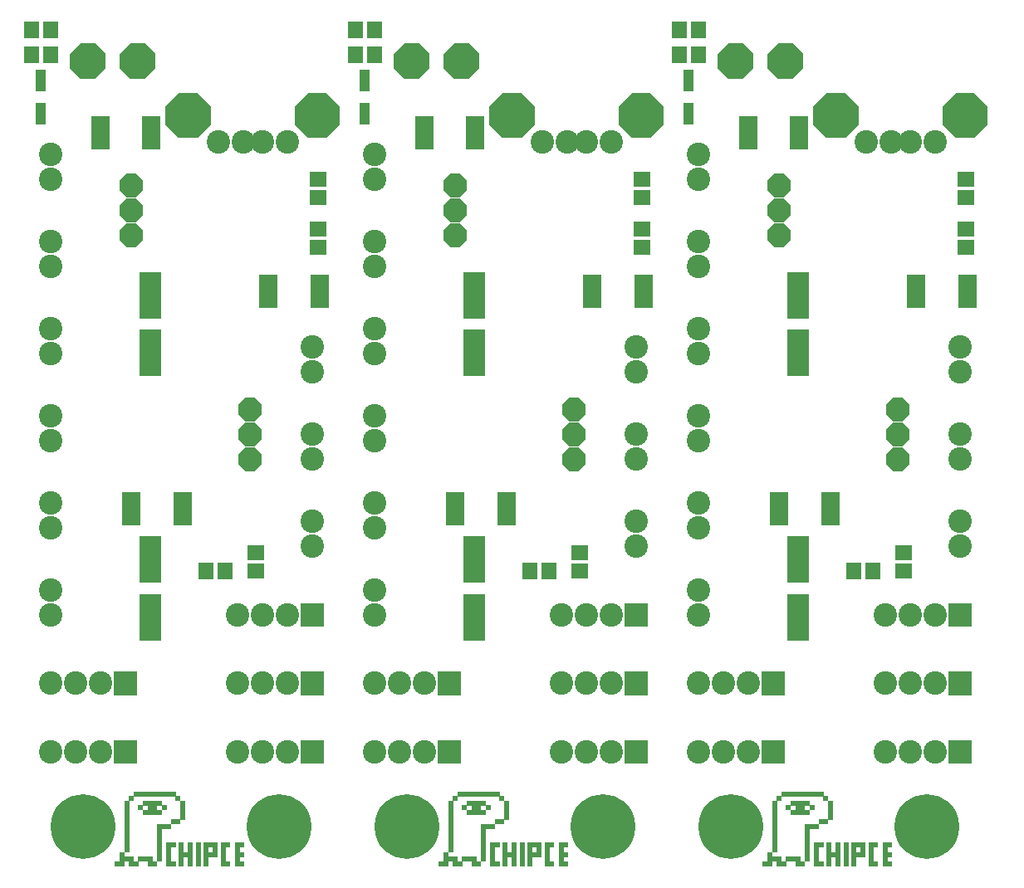
<source format=gbr>
%FSLAX34Y34*%
%MOMM*%
%LNSOLDERMASK_TOP*%
G71*
G01*
%ADD10C, 2.40*%
%ADD11R, 1.98X3.35*%
%ADD12R, 1.50X1.80*%
%ADD13R, 1.00X2.20*%
%ADD14R, 2.20X4.20*%
%ADD15R, 2.20X4.70*%
%ADD16R, 1.80X1.50*%
%ADD17C, 6.60*%
%ADD18R, 0.60X0.60*%
%LPD*%
G36*
X145000Y932330D02*
X134470Y921800D01*
X119530Y921800D01*
X109000Y932330D01*
X109000Y947270D01*
X119530Y957800D01*
X134470Y957800D01*
X145000Y947270D01*
X145000Y932330D01*
G37*
G36*
X94200Y932330D02*
X83670Y921800D01*
X68730Y921800D01*
X58200Y932330D01*
X58200Y947270D01*
X68730Y957800D01*
X83670Y957800D01*
X94200Y947270D01*
X94200Y932330D01*
G37*
X38100Y819150D02*
G54D10*
D03*
X38100Y844550D02*
G54D10*
D03*
X38100Y730250D02*
G54D10*
D03*
X38100Y755650D02*
G54D10*
D03*
G36*
X58200Y947270D02*
X68730Y957800D01*
X83670Y957800D01*
X94200Y947270D01*
X94200Y932330D01*
X83670Y921800D01*
X68730Y921800D01*
X58200Y932330D01*
X58200Y947270D01*
G37*
X38100Y844550D02*
G54D10*
D03*
X38100Y755650D02*
G54D10*
D03*
X209550Y857250D02*
G54D10*
D03*
G36*
X125630Y824800D02*
X132650Y817780D01*
X132650Y807820D01*
X125630Y800800D01*
X115670Y800800D01*
X108650Y807820D01*
X108650Y817780D01*
X115670Y824800D01*
X125630Y824800D01*
G37*
G36*
X125630Y799400D02*
X132650Y792380D01*
X132650Y782420D01*
X125630Y775400D01*
X115670Y775400D01*
X108650Y782420D01*
X108650Y792380D01*
X115670Y799400D01*
X125630Y799400D01*
G37*
G36*
X125630Y774000D02*
X132650Y766980D01*
X132650Y757020D01*
X125630Y750000D01*
X115670Y750000D01*
X108650Y757020D01*
X108650Y766980D01*
X115670Y774000D01*
X125630Y774000D01*
G37*
G36*
X125630Y799400D02*
X132650Y792380D01*
X132650Y782420D01*
X125630Y775400D01*
X115670Y775400D01*
X108650Y782420D01*
X108650Y792380D01*
X115670Y799400D01*
X125630Y799400D01*
G37*
X140891Y866775D02*
G54D11*
D03*
X88900Y866775D02*
G54D11*
D03*
X279400Y857250D02*
G54D10*
D03*
X254397Y857250D02*
G54D10*
D03*
X234553Y857250D02*
G54D10*
D03*
X209550Y857250D02*
G54D10*
D03*
G36*
X333158Y874692D02*
X319703Y861237D01*
X300613Y861237D01*
X287158Y874692D01*
X287158Y893782D01*
X300613Y907237D01*
X319703Y907237D01*
X333158Y893782D01*
X333158Y874692D01*
G37*
G36*
X201594Y874692D02*
X188139Y861237D01*
X169049Y861237D01*
X155594Y874692D01*
X155594Y893782D01*
X169049Y907237D01*
X188139Y907237D01*
X201594Y893782D01*
X201594Y874692D01*
G37*
X19050Y946150D02*
G54D12*
D03*
X38050Y946150D02*
G54D12*
D03*
X19050Y971550D02*
G54D12*
D03*
X38050Y971550D02*
G54D12*
D03*
X28575Y885825D02*
G54D13*
D03*
X28575Y920155D02*
G54D13*
D03*
X139700Y698500D02*
G54D14*
D03*
X139700Y644525D02*
G54D14*
D03*
X139700Y700881D02*
G54D15*
D03*
G36*
X128700Y665247D02*
X150700Y665247D01*
X150700Y618247D01*
X128700Y618247D01*
X128700Y665247D01*
G37*
X228600Y374650D02*
G54D10*
D03*
X254000Y374650D02*
G54D10*
D03*
X279400Y374650D02*
G54D10*
D03*
X304800Y374650D02*
G54D10*
D03*
X228600Y304800D02*
G54D10*
D03*
X254000Y304800D02*
G54D10*
D03*
X279400Y304800D02*
G54D10*
D03*
X304800Y304800D02*
G54D10*
D03*
X38100Y304800D02*
G54D10*
D03*
X63500Y304800D02*
G54D10*
D03*
X88900Y304800D02*
G54D10*
D03*
X114300Y304800D02*
G54D10*
D03*
X38100Y234950D02*
G54D10*
D03*
X63500Y234950D02*
G54D10*
D03*
X88900Y234950D02*
G54D10*
D03*
X114300Y234950D02*
G54D10*
D03*
X228600Y234950D02*
G54D10*
D03*
X254000Y234950D02*
G54D10*
D03*
X279400Y234950D02*
G54D10*
D03*
X304800Y234950D02*
G54D10*
D03*
X38100Y641350D02*
G54D10*
D03*
X38100Y666750D02*
G54D10*
D03*
X38100Y666750D02*
G54D10*
D03*
G36*
X292800Y246950D02*
X316800Y246950D01*
X316800Y222950D01*
X292800Y222950D01*
X292800Y246950D01*
G37*
G36*
X102300Y316800D02*
X126300Y316800D01*
X126300Y292800D01*
X102300Y292800D01*
X102300Y316800D01*
G37*
G36*
X102300Y246950D02*
X126300Y246950D01*
X126300Y222950D01*
X102300Y222950D01*
X102300Y246950D01*
G37*
G36*
X292800Y316800D02*
X316800Y316800D01*
X316800Y292800D01*
X292800Y292800D01*
X292800Y316800D01*
G37*
G36*
X292800Y386650D02*
X316800Y386650D01*
X316800Y362650D01*
X292800Y362650D01*
X292800Y386650D01*
G37*
X260350Y704850D02*
G54D11*
D03*
X312341Y704850D02*
G54D11*
D03*
X139700Y700880D02*
G54D15*
D03*
X28580Y920150D02*
G54D13*
D03*
X38050Y971550D02*
G54D12*
D03*
X311150Y819150D02*
G54D16*
D03*
X311150Y800150D02*
G54D16*
D03*
X311150Y768350D02*
G54D16*
D03*
X311150Y749350D02*
G54D16*
D03*
X311150Y819150D02*
G54D16*
D03*
G36*
X236320Y521400D02*
X229300Y528420D01*
X229300Y538380D01*
X236320Y545400D01*
X246280Y545400D01*
X253300Y538380D01*
X253300Y528420D01*
X246280Y521400D01*
X236320Y521400D01*
G37*
G36*
X236320Y546800D02*
X229300Y553820D01*
X229300Y563780D01*
X236320Y570800D01*
X246280Y570800D01*
X253300Y563780D01*
X253300Y553820D01*
X246280Y546800D01*
X236320Y546800D01*
G37*
G36*
X236320Y572200D02*
X229300Y579220D01*
X229300Y589180D01*
X236320Y596200D01*
X246280Y596200D01*
X253300Y589180D01*
X253300Y579220D01*
X246280Y572200D01*
X236320Y572200D01*
G37*
G36*
X236320Y546800D02*
X229300Y553820D01*
X229300Y563780D01*
X236320Y570800D01*
X246280Y570800D01*
X253300Y563780D01*
X253300Y553820D01*
X246280Y546800D01*
X236320Y546800D01*
G37*
X304800Y647700D02*
G54D10*
D03*
X304800Y622300D02*
G54D10*
D03*
X304800Y558800D02*
G54D10*
D03*
X304800Y533400D02*
G54D10*
D03*
X38100Y552450D02*
G54D10*
D03*
X38100Y577850D02*
G54D10*
D03*
X38100Y463550D02*
G54D10*
D03*
X38100Y488950D02*
G54D10*
D03*
X120650Y482600D02*
G54D11*
D03*
X172641Y482600D02*
G54D11*
D03*
X38100Y374650D02*
G54D10*
D03*
X38100Y400050D02*
G54D10*
D03*
X38100Y400050D02*
G54D10*
D03*
X215900Y419100D02*
G54D12*
D03*
X196900Y419100D02*
G54D12*
D03*
X196900Y419100D02*
G54D12*
D03*
X139700Y374650D02*
G54D14*
D03*
X139700Y428625D02*
G54D14*
D03*
X139700Y372269D02*
G54D15*
D03*
X139700Y431403D02*
G54D15*
D03*
X139700Y372270D02*
G54D15*
D03*
X247650Y419150D02*
G54D16*
D03*
X247650Y438150D02*
G54D16*
D03*
X304800Y469900D02*
G54D10*
D03*
X304800Y444500D02*
G54D10*
D03*
X304800Y444500D02*
G54D10*
D03*
X71438Y158750D02*
G54D17*
D03*
X271462Y158750D02*
G54D17*
D03*
X130175Y192088D02*
G54D18*
D03*
X134938Y192088D02*
G54D18*
D03*
X139700Y192088D02*
G54D18*
D03*
X144462Y192088D02*
G54D18*
D03*
X149225Y192088D02*
G54D18*
D03*
X153988Y192088D02*
G54D18*
D03*
X158750Y192088D02*
G54D18*
D03*
X163512Y192088D02*
G54D18*
D03*
X115888Y177800D02*
G54D18*
D03*
X115888Y173038D02*
G54D18*
D03*
X115888Y168275D02*
G54D18*
D03*
X115888Y163512D02*
G54D18*
D03*
X115888Y158750D02*
G54D18*
D03*
X115888Y153988D02*
G54D18*
D03*
X115888Y149225D02*
G54D18*
D03*
X115888Y144462D02*
G54D18*
D03*
X115888Y139700D02*
G54D18*
D03*
X115888Y134938D02*
G54D18*
D03*
X111125Y130175D02*
G54D18*
D03*
X111125Y125412D02*
G54D18*
D03*
X111125Y120650D02*
G54D18*
D03*
X106362Y120650D02*
G54D18*
D03*
X120650Y125412D02*
G54D18*
D03*
X120650Y120650D02*
G54D18*
D03*
X125412Y120650D02*
G54D18*
D03*
X130175Y125412D02*
G54D18*
D03*
X134938Y125412D02*
G54D18*
D03*
X139700Y125412D02*
G54D18*
D03*
X139700Y120650D02*
G54D18*
D03*
X144462Y120650D02*
G54D18*
D03*
X173038Y168275D02*
G54D18*
D03*
X173038Y173038D02*
G54D18*
D03*
X173038Y177800D02*
G54D18*
D03*
X173038Y182562D02*
G54D18*
D03*
X168275Y187325D02*
G54D18*
D03*
X130175Y177800D02*
G54D18*
D03*
X134938Y182562D02*
G54D18*
D03*
X139700Y182562D02*
G54D18*
D03*
X144462Y182562D02*
G54D18*
D03*
X149225Y182562D02*
G54D18*
D03*
X153988Y177800D02*
G54D18*
D03*
X134938Y173038D02*
G54D18*
D03*
X139700Y173038D02*
G54D18*
D03*
X144462Y173038D02*
G54D18*
D03*
X149225Y173038D02*
G54D18*
D03*
X139700Y177800D02*
G54D18*
D03*
X144462Y177800D02*
G54D18*
D03*
X115888Y125412D02*
G54D18*
D03*
X168275Y163512D02*
G54D18*
D03*
X163512Y163512D02*
G54D18*
D03*
X153988Y158750D02*
G54D18*
D03*
X158750Y158750D02*
G54D18*
D03*
X149225Y158750D02*
G54D18*
D03*
X149225Y153988D02*
G54D18*
D03*
X149225Y149225D02*
G54D18*
D03*
X149225Y144462D02*
G54D18*
D03*
X149225Y139700D02*
G54D18*
D03*
X149225Y134938D02*
G54D18*
D03*
X149225Y130175D02*
G54D18*
D03*
X149225Y125412D02*
G54D18*
D03*
X125412Y192088D02*
G54D18*
D03*
X120650Y187325D02*
G54D18*
D03*
X115888Y182562D02*
G54D18*
D03*
X158750Y125412D02*
G54D18*
D03*
X158750Y130175D02*
G54D18*
D03*
X158750Y134938D02*
G54D18*
D03*
X163512Y139700D02*
G54D18*
D03*
X163512Y120650D02*
G54D18*
D03*
X171450Y139700D02*
G54D18*
D03*
X171450Y134938D02*
G54D18*
D03*
X171450Y130175D02*
G54D18*
D03*
X176212Y130175D02*
G54D18*
D03*
X180975Y130175D02*
G54D18*
D03*
X180975Y134938D02*
G54D18*
D03*
X180975Y139700D02*
G54D18*
D03*
X171450Y125412D02*
G54D18*
D03*
X171450Y120650D02*
G54D18*
D03*
X180975Y125412D02*
G54D18*
D03*
X180975Y120650D02*
G54D18*
D03*
X188912Y139700D02*
G54D18*
D03*
X188912Y134938D02*
G54D18*
D03*
X188912Y130175D02*
G54D18*
D03*
X188912Y125412D02*
G54D18*
D03*
X188912Y120650D02*
G54D18*
D03*
X196850Y139700D02*
G54D18*
D03*
X196850Y134938D02*
G54D18*
D03*
X196850Y130175D02*
G54D18*
D03*
X196850Y125412D02*
G54D18*
D03*
X196850Y120650D02*
G54D18*
D03*
X201612Y130175D02*
G54D18*
D03*
X201612Y139700D02*
G54D18*
D03*
X206375Y139700D02*
G54D18*
D03*
X206375Y130175D02*
G54D18*
D03*
X206375Y134938D02*
G54D18*
D03*
X158750Y139700D02*
G54D18*
D03*
X158750Y120650D02*
G54D18*
D03*
X214312Y139700D02*
G54D18*
D03*
X214312Y134938D02*
G54D18*
D03*
X214312Y130175D02*
G54D18*
D03*
X214312Y125412D02*
G54D18*
D03*
X214312Y120650D02*
G54D18*
D03*
X219075Y120650D02*
G54D18*
D03*
X219075Y139700D02*
G54D18*
D03*
X228600Y120650D02*
G54D18*
D03*
X228600Y125412D02*
G54D18*
D03*
X228600Y130175D02*
G54D18*
D03*
X228600Y134938D02*
G54D18*
D03*
X228600Y139700D02*
G54D18*
D03*
X233362Y139700D02*
G54D18*
D03*
X233362Y130175D02*
G54D18*
D03*
X233362Y120650D02*
G54D18*
D03*
G36*
X475200Y932330D02*
X464670Y921800D01*
X449730Y921800D01*
X439200Y932330D01*
X439200Y947270D01*
X449730Y957800D01*
X464670Y957800D01*
X475200Y947270D01*
X475200Y932330D01*
G37*
G36*
X424400Y932330D02*
X413870Y921800D01*
X398930Y921800D01*
X388400Y932330D01*
X388400Y947270D01*
X398930Y957800D01*
X413870Y957800D01*
X424400Y947270D01*
X424400Y932330D01*
G37*
X368300Y819150D02*
G54D10*
D03*
X368300Y844550D02*
G54D10*
D03*
X368300Y730250D02*
G54D10*
D03*
X368300Y755650D02*
G54D10*
D03*
G36*
X388400Y947270D02*
X398930Y957800D01*
X413870Y957800D01*
X424400Y947270D01*
X424400Y932330D01*
X413870Y921800D01*
X398930Y921800D01*
X388400Y932330D01*
X388400Y947270D01*
G37*
X368300Y844550D02*
G54D10*
D03*
X368300Y755650D02*
G54D10*
D03*
X539750Y857250D02*
G54D10*
D03*
G36*
X455830Y824800D02*
X462850Y817780D01*
X462850Y807820D01*
X455830Y800800D01*
X445870Y800800D01*
X438850Y807820D01*
X438850Y817780D01*
X445870Y824800D01*
X455830Y824800D01*
G37*
G36*
X455830Y799400D02*
X462850Y792380D01*
X462850Y782420D01*
X455830Y775400D01*
X445870Y775400D01*
X438850Y782420D01*
X438850Y792380D01*
X445870Y799400D01*
X455830Y799400D01*
G37*
G36*
X455830Y774000D02*
X462850Y766980D01*
X462850Y757020D01*
X455830Y750000D01*
X445870Y750000D01*
X438850Y757020D01*
X438850Y766980D01*
X445870Y774000D01*
X455830Y774000D01*
G37*
G36*
X455830Y799400D02*
X462850Y792380D01*
X462850Y782420D01*
X455830Y775400D01*
X445870Y775400D01*
X438850Y782420D01*
X438850Y792380D01*
X445870Y799400D01*
X455830Y799400D01*
G37*
X471091Y866775D02*
G54D11*
D03*
X419100Y866775D02*
G54D11*
D03*
X609600Y857250D02*
G54D10*
D03*
X584597Y857250D02*
G54D10*
D03*
X564753Y857250D02*
G54D10*
D03*
X539750Y857250D02*
G54D10*
D03*
G36*
X663358Y874692D02*
X649903Y861237D01*
X630813Y861237D01*
X617358Y874692D01*
X617358Y893782D01*
X630813Y907237D01*
X649903Y907237D01*
X663358Y893782D01*
X663358Y874692D01*
G37*
G36*
X531794Y874692D02*
X518339Y861237D01*
X499249Y861237D01*
X485794Y874692D01*
X485794Y893782D01*
X499249Y907237D01*
X518339Y907237D01*
X531794Y893782D01*
X531794Y874692D01*
G37*
X349250Y946150D02*
G54D12*
D03*
X368250Y946150D02*
G54D12*
D03*
X349250Y971550D02*
G54D12*
D03*
X368250Y971550D02*
G54D12*
D03*
X358775Y885825D02*
G54D13*
D03*
X358775Y920155D02*
G54D13*
D03*
X469900Y698500D02*
G54D14*
D03*
X469900Y644525D02*
G54D14*
D03*
X469900Y700881D02*
G54D15*
D03*
G36*
X458900Y665247D02*
X480900Y665247D01*
X480900Y618247D01*
X458900Y618247D01*
X458900Y665247D01*
G37*
X558800Y374650D02*
G54D10*
D03*
X584200Y374650D02*
G54D10*
D03*
X609600Y374650D02*
G54D10*
D03*
X635000Y374650D02*
G54D10*
D03*
X558800Y304800D02*
G54D10*
D03*
X584200Y304800D02*
G54D10*
D03*
X609600Y304800D02*
G54D10*
D03*
X635000Y304800D02*
G54D10*
D03*
X368300Y304800D02*
G54D10*
D03*
X393700Y304800D02*
G54D10*
D03*
X419100Y304800D02*
G54D10*
D03*
X444500Y304800D02*
G54D10*
D03*
X368300Y234950D02*
G54D10*
D03*
X393700Y234950D02*
G54D10*
D03*
X419100Y234950D02*
G54D10*
D03*
X444500Y234950D02*
G54D10*
D03*
X558800Y234950D02*
G54D10*
D03*
X584200Y234950D02*
G54D10*
D03*
X609600Y234950D02*
G54D10*
D03*
X635000Y234950D02*
G54D10*
D03*
X368300Y641350D02*
G54D10*
D03*
X368300Y666750D02*
G54D10*
D03*
X368300Y666750D02*
G54D10*
D03*
G36*
X623000Y246950D02*
X647000Y246950D01*
X647000Y222950D01*
X623000Y222950D01*
X623000Y246950D01*
G37*
G36*
X432500Y316800D02*
X456500Y316800D01*
X456500Y292800D01*
X432500Y292800D01*
X432500Y316800D01*
G37*
G36*
X432500Y246950D02*
X456500Y246950D01*
X456500Y222950D01*
X432500Y222950D01*
X432500Y246950D01*
G37*
G36*
X623000Y316800D02*
X647000Y316800D01*
X647000Y292800D01*
X623000Y292800D01*
X623000Y316800D01*
G37*
G36*
X623000Y386650D02*
X647000Y386650D01*
X647000Y362650D01*
X623000Y362650D01*
X623000Y386650D01*
G37*
X590550Y704850D02*
G54D11*
D03*
X642541Y704850D02*
G54D11*
D03*
X469900Y700880D02*
G54D15*
D03*
X358780Y920150D02*
G54D13*
D03*
X368250Y971550D02*
G54D12*
D03*
X641350Y819150D02*
G54D16*
D03*
X641350Y800150D02*
G54D16*
D03*
X641350Y768350D02*
G54D16*
D03*
X641350Y749350D02*
G54D16*
D03*
X641350Y819150D02*
G54D16*
D03*
G36*
X566520Y521400D02*
X559500Y528420D01*
X559500Y538380D01*
X566520Y545400D01*
X576480Y545400D01*
X583500Y538380D01*
X583500Y528420D01*
X576480Y521400D01*
X566520Y521400D01*
G37*
G36*
X566520Y546800D02*
X559500Y553820D01*
X559500Y563780D01*
X566520Y570800D01*
X576480Y570800D01*
X583500Y563780D01*
X583500Y553820D01*
X576480Y546800D01*
X566520Y546800D01*
G37*
G36*
X566520Y572200D02*
X559500Y579220D01*
X559500Y589180D01*
X566520Y596200D01*
X576480Y596200D01*
X583500Y589180D01*
X583500Y579220D01*
X576480Y572200D01*
X566520Y572200D01*
G37*
G36*
X566520Y546800D02*
X559500Y553820D01*
X559500Y563780D01*
X566520Y570800D01*
X576480Y570800D01*
X583500Y563780D01*
X583500Y553820D01*
X576480Y546800D01*
X566520Y546800D01*
G37*
X635000Y647700D02*
G54D10*
D03*
X635000Y622300D02*
G54D10*
D03*
X635000Y558800D02*
G54D10*
D03*
X635000Y533400D02*
G54D10*
D03*
X368300Y552450D02*
G54D10*
D03*
X368300Y577850D02*
G54D10*
D03*
X368300Y463550D02*
G54D10*
D03*
X368300Y488950D02*
G54D10*
D03*
X450850Y482600D02*
G54D11*
D03*
X502841Y482600D02*
G54D11*
D03*
X368300Y374650D02*
G54D10*
D03*
X368300Y400050D02*
G54D10*
D03*
X368300Y400050D02*
G54D10*
D03*
X546100Y419100D02*
G54D12*
D03*
X527100Y419100D02*
G54D12*
D03*
X527100Y419100D02*
G54D12*
D03*
X469900Y374650D02*
G54D14*
D03*
X469900Y428625D02*
G54D14*
D03*
X469900Y372269D02*
G54D15*
D03*
X469900Y431403D02*
G54D15*
D03*
X469900Y372270D02*
G54D15*
D03*
X577850Y419150D02*
G54D16*
D03*
X577850Y438150D02*
G54D16*
D03*
X635000Y469900D02*
G54D10*
D03*
X635000Y444500D02*
G54D10*
D03*
X635000Y444500D02*
G54D10*
D03*
X401638Y158750D02*
G54D17*
D03*
X601662Y158750D02*
G54D17*
D03*
X460375Y192088D02*
G54D18*
D03*
X465138Y192088D02*
G54D18*
D03*
X469900Y192088D02*
G54D18*
D03*
X474662Y192088D02*
G54D18*
D03*
X479425Y192088D02*
G54D18*
D03*
X484188Y192088D02*
G54D18*
D03*
X488950Y192088D02*
G54D18*
D03*
X493712Y192088D02*
G54D18*
D03*
X446088Y177800D02*
G54D18*
D03*
X446088Y173038D02*
G54D18*
D03*
X446088Y168275D02*
G54D18*
D03*
X446088Y163512D02*
G54D18*
D03*
X446088Y158750D02*
G54D18*
D03*
X446088Y153988D02*
G54D18*
D03*
X446088Y149225D02*
G54D18*
D03*
X446088Y144462D02*
G54D18*
D03*
X446088Y139700D02*
G54D18*
D03*
X446088Y134938D02*
G54D18*
D03*
X441325Y130175D02*
G54D18*
D03*
X441325Y125412D02*
G54D18*
D03*
X441325Y120650D02*
G54D18*
D03*
X436562Y120650D02*
G54D18*
D03*
X450850Y125412D02*
G54D18*
D03*
X450850Y120650D02*
G54D18*
D03*
X455612Y120650D02*
G54D18*
D03*
X460375Y125412D02*
G54D18*
D03*
X465138Y125412D02*
G54D18*
D03*
X469900Y125412D02*
G54D18*
D03*
X469900Y120650D02*
G54D18*
D03*
X474662Y120650D02*
G54D18*
D03*
X503238Y168275D02*
G54D18*
D03*
X503238Y173038D02*
G54D18*
D03*
X503238Y177800D02*
G54D18*
D03*
X503238Y182562D02*
G54D18*
D03*
X498475Y187325D02*
G54D18*
D03*
X460375Y177800D02*
G54D18*
D03*
X465138Y182562D02*
G54D18*
D03*
X469900Y182562D02*
G54D18*
D03*
X474662Y182562D02*
G54D18*
D03*
X479425Y182562D02*
G54D18*
D03*
X484188Y177800D02*
G54D18*
D03*
X465138Y173038D02*
G54D18*
D03*
X469900Y173038D02*
G54D18*
D03*
X474662Y173038D02*
G54D18*
D03*
X479425Y173038D02*
G54D18*
D03*
X469900Y177800D02*
G54D18*
D03*
X474662Y177800D02*
G54D18*
D03*
X446088Y125412D02*
G54D18*
D03*
X498475Y163512D02*
G54D18*
D03*
X493712Y163512D02*
G54D18*
D03*
X484188Y158750D02*
G54D18*
D03*
X488950Y158750D02*
G54D18*
D03*
X479425Y158750D02*
G54D18*
D03*
X479425Y153988D02*
G54D18*
D03*
X479425Y149225D02*
G54D18*
D03*
X479425Y144462D02*
G54D18*
D03*
X479425Y139700D02*
G54D18*
D03*
X479425Y134938D02*
G54D18*
D03*
X479425Y130175D02*
G54D18*
D03*
X479425Y125412D02*
G54D18*
D03*
X455612Y192088D02*
G54D18*
D03*
X450850Y187325D02*
G54D18*
D03*
X446088Y182562D02*
G54D18*
D03*
X488950Y125412D02*
G54D18*
D03*
X488950Y130175D02*
G54D18*
D03*
X488950Y134938D02*
G54D18*
D03*
X493712Y139700D02*
G54D18*
D03*
X493712Y120650D02*
G54D18*
D03*
X501650Y139700D02*
G54D18*
D03*
X501650Y134938D02*
G54D18*
D03*
X501650Y130175D02*
G54D18*
D03*
X506412Y130175D02*
G54D18*
D03*
X511175Y130175D02*
G54D18*
D03*
X511175Y134938D02*
G54D18*
D03*
X511175Y139700D02*
G54D18*
D03*
X501650Y125412D02*
G54D18*
D03*
X501650Y120650D02*
G54D18*
D03*
X511175Y125412D02*
G54D18*
D03*
X511175Y120650D02*
G54D18*
D03*
X519112Y139700D02*
G54D18*
D03*
X519112Y134938D02*
G54D18*
D03*
X519112Y130175D02*
G54D18*
D03*
X519112Y125412D02*
G54D18*
D03*
X519112Y120650D02*
G54D18*
D03*
X527050Y139700D02*
G54D18*
D03*
X527050Y134938D02*
G54D18*
D03*
X527050Y130175D02*
G54D18*
D03*
X527050Y125412D02*
G54D18*
D03*
X527050Y120650D02*
G54D18*
D03*
X531812Y130175D02*
G54D18*
D03*
X531812Y139700D02*
G54D18*
D03*
X536575Y139700D02*
G54D18*
D03*
X536575Y130175D02*
G54D18*
D03*
X536575Y134938D02*
G54D18*
D03*
X488950Y139700D02*
G54D18*
D03*
X488950Y120650D02*
G54D18*
D03*
X544512Y139700D02*
G54D18*
D03*
X544512Y134938D02*
G54D18*
D03*
X544512Y130175D02*
G54D18*
D03*
X544512Y125412D02*
G54D18*
D03*
X544512Y120650D02*
G54D18*
D03*
X549275Y120650D02*
G54D18*
D03*
X549275Y139700D02*
G54D18*
D03*
X558800Y120650D02*
G54D18*
D03*
X558800Y125412D02*
G54D18*
D03*
X558800Y130175D02*
G54D18*
D03*
X558800Y134938D02*
G54D18*
D03*
X558800Y139700D02*
G54D18*
D03*
X563562Y139700D02*
G54D18*
D03*
X563562Y130175D02*
G54D18*
D03*
X563562Y120650D02*
G54D18*
D03*
G36*
X805400Y932330D02*
X794870Y921800D01*
X779930Y921800D01*
X769400Y932330D01*
X769400Y947270D01*
X779930Y957800D01*
X794870Y957800D01*
X805400Y947270D01*
X805400Y932330D01*
G37*
G36*
X754600Y932330D02*
X744070Y921800D01*
X729130Y921800D01*
X718600Y932330D01*
X718600Y947270D01*
X729130Y957800D01*
X744070Y957800D01*
X754600Y947270D01*
X754600Y932330D01*
G37*
X698500Y819150D02*
G54D10*
D03*
X698500Y844550D02*
G54D10*
D03*
X698500Y730250D02*
G54D10*
D03*
X698500Y755650D02*
G54D10*
D03*
G36*
X718600Y947270D02*
X729130Y957800D01*
X744070Y957800D01*
X754600Y947270D01*
X754600Y932330D01*
X744070Y921800D01*
X729130Y921800D01*
X718600Y932330D01*
X718600Y947270D01*
G37*
X698500Y844550D02*
G54D10*
D03*
X698500Y755650D02*
G54D10*
D03*
X869950Y857250D02*
G54D10*
D03*
G36*
X786030Y824800D02*
X793050Y817780D01*
X793050Y807820D01*
X786030Y800800D01*
X776070Y800800D01*
X769050Y807820D01*
X769050Y817780D01*
X776070Y824800D01*
X786030Y824800D01*
G37*
G36*
X786030Y799400D02*
X793050Y792380D01*
X793050Y782420D01*
X786030Y775400D01*
X776070Y775400D01*
X769050Y782420D01*
X769050Y792380D01*
X776070Y799400D01*
X786030Y799400D01*
G37*
G36*
X786030Y774000D02*
X793050Y766980D01*
X793050Y757020D01*
X786030Y750000D01*
X776070Y750000D01*
X769050Y757020D01*
X769050Y766980D01*
X776070Y774000D01*
X786030Y774000D01*
G37*
G36*
X786030Y799400D02*
X793050Y792380D01*
X793050Y782420D01*
X786030Y775400D01*
X776070Y775400D01*
X769050Y782420D01*
X769050Y792380D01*
X776070Y799400D01*
X786030Y799400D01*
G37*
X801291Y866775D02*
G54D11*
D03*
X749300Y866775D02*
G54D11*
D03*
X939800Y857250D02*
G54D10*
D03*
X914797Y857250D02*
G54D10*
D03*
X894953Y857250D02*
G54D10*
D03*
X869950Y857250D02*
G54D10*
D03*
G36*
X993558Y874692D02*
X980103Y861237D01*
X961013Y861237D01*
X947558Y874692D01*
X947558Y893782D01*
X961013Y907237D01*
X980103Y907237D01*
X993558Y893782D01*
X993558Y874692D01*
G37*
G36*
X861994Y874692D02*
X848539Y861237D01*
X829449Y861237D01*
X815994Y874692D01*
X815994Y893782D01*
X829449Y907237D01*
X848539Y907237D01*
X861994Y893782D01*
X861994Y874692D01*
G37*
X679450Y946150D02*
G54D12*
D03*
X698450Y946150D02*
G54D12*
D03*
X679450Y971550D02*
G54D12*
D03*
X698450Y971550D02*
G54D12*
D03*
X688975Y885825D02*
G54D13*
D03*
X688975Y920155D02*
G54D13*
D03*
X800100Y698500D02*
G54D14*
D03*
X800100Y644525D02*
G54D14*
D03*
X800100Y700881D02*
G54D15*
D03*
G36*
X789100Y665247D02*
X811100Y665247D01*
X811100Y618247D01*
X789100Y618247D01*
X789100Y665247D01*
G37*
X889000Y374650D02*
G54D10*
D03*
X914400Y374650D02*
G54D10*
D03*
X939800Y374650D02*
G54D10*
D03*
X965200Y374650D02*
G54D10*
D03*
X889000Y304800D02*
G54D10*
D03*
X914400Y304800D02*
G54D10*
D03*
X939800Y304800D02*
G54D10*
D03*
X965200Y304800D02*
G54D10*
D03*
X698500Y304800D02*
G54D10*
D03*
X723900Y304800D02*
G54D10*
D03*
X749300Y304800D02*
G54D10*
D03*
X774700Y304800D02*
G54D10*
D03*
X698500Y234950D02*
G54D10*
D03*
X723900Y234950D02*
G54D10*
D03*
X749300Y234950D02*
G54D10*
D03*
X774700Y234950D02*
G54D10*
D03*
X889000Y234950D02*
G54D10*
D03*
X914400Y234950D02*
G54D10*
D03*
X939800Y234950D02*
G54D10*
D03*
X965200Y234950D02*
G54D10*
D03*
X698500Y641350D02*
G54D10*
D03*
X698500Y666750D02*
G54D10*
D03*
X698500Y666750D02*
G54D10*
D03*
G36*
X953200Y246950D02*
X977200Y246950D01*
X977200Y222950D01*
X953200Y222950D01*
X953200Y246950D01*
G37*
G36*
X762700Y316800D02*
X786700Y316800D01*
X786700Y292800D01*
X762700Y292800D01*
X762700Y316800D01*
G37*
G36*
X762700Y246950D02*
X786700Y246950D01*
X786700Y222950D01*
X762700Y222950D01*
X762700Y246950D01*
G37*
G36*
X953200Y316800D02*
X977200Y316800D01*
X977200Y292800D01*
X953200Y292800D01*
X953200Y316800D01*
G37*
G36*
X953200Y386650D02*
X977200Y386650D01*
X977200Y362650D01*
X953200Y362650D01*
X953200Y386650D01*
G37*
X920750Y704850D02*
G54D11*
D03*
X972741Y704850D02*
G54D11*
D03*
X800100Y700880D02*
G54D15*
D03*
X688980Y920150D02*
G54D13*
D03*
X698450Y971550D02*
G54D12*
D03*
X971550Y819150D02*
G54D16*
D03*
X971550Y800150D02*
G54D16*
D03*
X971550Y768350D02*
G54D16*
D03*
X971550Y749350D02*
G54D16*
D03*
X971550Y819150D02*
G54D16*
D03*
G36*
X896720Y521400D02*
X889700Y528420D01*
X889700Y538380D01*
X896720Y545400D01*
X906680Y545400D01*
X913700Y538380D01*
X913700Y528420D01*
X906680Y521400D01*
X896720Y521400D01*
G37*
G36*
X896720Y546800D02*
X889700Y553820D01*
X889700Y563780D01*
X896720Y570800D01*
X906680Y570800D01*
X913700Y563780D01*
X913700Y553820D01*
X906680Y546800D01*
X896720Y546800D01*
G37*
G36*
X896720Y572200D02*
X889700Y579220D01*
X889700Y589180D01*
X896720Y596200D01*
X906680Y596200D01*
X913700Y589180D01*
X913700Y579220D01*
X906680Y572200D01*
X896720Y572200D01*
G37*
G36*
X896720Y546800D02*
X889700Y553820D01*
X889700Y563780D01*
X896720Y570800D01*
X906680Y570800D01*
X913700Y563780D01*
X913700Y553820D01*
X906680Y546800D01*
X896720Y546800D01*
G37*
X965200Y647700D02*
G54D10*
D03*
X965200Y622300D02*
G54D10*
D03*
X965200Y558800D02*
G54D10*
D03*
X965200Y533400D02*
G54D10*
D03*
X698500Y552450D02*
G54D10*
D03*
X698500Y577850D02*
G54D10*
D03*
X698500Y463550D02*
G54D10*
D03*
X698500Y488950D02*
G54D10*
D03*
X781050Y482600D02*
G54D11*
D03*
X833041Y482600D02*
G54D11*
D03*
X698500Y374650D02*
G54D10*
D03*
X698500Y400050D02*
G54D10*
D03*
X698500Y400050D02*
G54D10*
D03*
X876300Y419100D02*
G54D12*
D03*
X857300Y419100D02*
G54D12*
D03*
X857300Y419100D02*
G54D12*
D03*
X800100Y374650D02*
G54D14*
D03*
X800100Y428625D02*
G54D14*
D03*
X800100Y372269D02*
G54D15*
D03*
X800100Y431403D02*
G54D15*
D03*
X800100Y372270D02*
G54D15*
D03*
X908050Y419150D02*
G54D16*
D03*
X908050Y438150D02*
G54D16*
D03*
X965200Y469900D02*
G54D10*
D03*
X965200Y444500D02*
G54D10*
D03*
X965200Y444500D02*
G54D10*
D03*
X731838Y158750D02*
G54D17*
D03*
X931862Y158750D02*
G54D17*
D03*
X790575Y192088D02*
G54D18*
D03*
X795338Y192088D02*
G54D18*
D03*
X800100Y192088D02*
G54D18*
D03*
X804862Y192088D02*
G54D18*
D03*
X809625Y192088D02*
G54D18*
D03*
X814388Y192088D02*
G54D18*
D03*
X819150Y192088D02*
G54D18*
D03*
X823912Y192088D02*
G54D18*
D03*
X776288Y177800D02*
G54D18*
D03*
X776288Y173038D02*
G54D18*
D03*
X776288Y168275D02*
G54D18*
D03*
X776288Y163512D02*
G54D18*
D03*
X776288Y158750D02*
G54D18*
D03*
X776288Y153988D02*
G54D18*
D03*
X776288Y149225D02*
G54D18*
D03*
X776288Y144462D02*
G54D18*
D03*
X776288Y139700D02*
G54D18*
D03*
X776288Y134938D02*
G54D18*
D03*
X771525Y130175D02*
G54D18*
D03*
X771525Y125412D02*
G54D18*
D03*
X771525Y120650D02*
G54D18*
D03*
X766762Y120650D02*
G54D18*
D03*
X781050Y125412D02*
G54D18*
D03*
X781050Y120650D02*
G54D18*
D03*
X785812Y120650D02*
G54D18*
D03*
X790575Y125412D02*
G54D18*
D03*
X795338Y125412D02*
G54D18*
D03*
X800100Y125412D02*
G54D18*
D03*
X800100Y120650D02*
G54D18*
D03*
X804862Y120650D02*
G54D18*
D03*
X833438Y168275D02*
G54D18*
D03*
X833438Y173038D02*
G54D18*
D03*
X833438Y177800D02*
G54D18*
D03*
X833438Y182562D02*
G54D18*
D03*
X828675Y187325D02*
G54D18*
D03*
X790575Y177800D02*
G54D18*
D03*
X795338Y182562D02*
G54D18*
D03*
X800100Y182562D02*
G54D18*
D03*
X804862Y182562D02*
G54D18*
D03*
X809625Y182562D02*
G54D18*
D03*
X814388Y177800D02*
G54D18*
D03*
X795338Y173038D02*
G54D18*
D03*
X800100Y173038D02*
G54D18*
D03*
X804862Y173038D02*
G54D18*
D03*
X809625Y173038D02*
G54D18*
D03*
X800100Y177800D02*
G54D18*
D03*
X804862Y177800D02*
G54D18*
D03*
X776288Y125412D02*
G54D18*
D03*
X828675Y163512D02*
G54D18*
D03*
X823912Y163512D02*
G54D18*
D03*
X814388Y158750D02*
G54D18*
D03*
X819150Y158750D02*
G54D18*
D03*
X809625Y158750D02*
G54D18*
D03*
X809625Y153988D02*
G54D18*
D03*
X809625Y149225D02*
G54D18*
D03*
X809625Y144462D02*
G54D18*
D03*
X809625Y139700D02*
G54D18*
D03*
X809625Y134938D02*
G54D18*
D03*
X809625Y130175D02*
G54D18*
D03*
X809625Y125412D02*
G54D18*
D03*
X785812Y192088D02*
G54D18*
D03*
X781050Y187325D02*
G54D18*
D03*
X776288Y182562D02*
G54D18*
D03*
X819150Y125412D02*
G54D18*
D03*
X819150Y130175D02*
G54D18*
D03*
X819150Y134938D02*
G54D18*
D03*
X823912Y139700D02*
G54D18*
D03*
X823912Y120650D02*
G54D18*
D03*
X831850Y139700D02*
G54D18*
D03*
X831850Y134938D02*
G54D18*
D03*
X831850Y130175D02*
G54D18*
D03*
X836612Y130175D02*
G54D18*
D03*
X841375Y130175D02*
G54D18*
D03*
X841375Y134938D02*
G54D18*
D03*
X841375Y139700D02*
G54D18*
D03*
X831850Y125412D02*
G54D18*
D03*
X831850Y120650D02*
G54D18*
D03*
X841375Y125412D02*
G54D18*
D03*
X841375Y120650D02*
G54D18*
D03*
X849312Y139700D02*
G54D18*
D03*
X849312Y134938D02*
G54D18*
D03*
X849312Y130175D02*
G54D18*
D03*
X849312Y125412D02*
G54D18*
D03*
X849312Y120650D02*
G54D18*
D03*
X857250Y139700D02*
G54D18*
D03*
X857250Y134938D02*
G54D18*
D03*
X857250Y130175D02*
G54D18*
D03*
X857250Y125412D02*
G54D18*
D03*
X857250Y120650D02*
G54D18*
D03*
X862012Y130175D02*
G54D18*
D03*
X862012Y139700D02*
G54D18*
D03*
X866775Y139700D02*
G54D18*
D03*
X866775Y130175D02*
G54D18*
D03*
X866775Y134938D02*
G54D18*
D03*
X819150Y139700D02*
G54D18*
D03*
X819150Y120650D02*
G54D18*
D03*
X874712Y139700D02*
G54D18*
D03*
X874712Y134938D02*
G54D18*
D03*
X874712Y130175D02*
G54D18*
D03*
X874712Y125412D02*
G54D18*
D03*
X874712Y120650D02*
G54D18*
D03*
X879475Y120650D02*
G54D18*
D03*
X879475Y139700D02*
G54D18*
D03*
X889000Y120650D02*
G54D18*
D03*
X889000Y125412D02*
G54D18*
D03*
X889000Y130175D02*
G54D18*
D03*
X889000Y134938D02*
G54D18*
D03*
X889000Y139700D02*
G54D18*
D03*
X893762Y139700D02*
G54D18*
D03*
X893762Y130175D02*
G54D18*
D03*
X893762Y120650D02*
G54D18*
D03*
M02*

</source>
